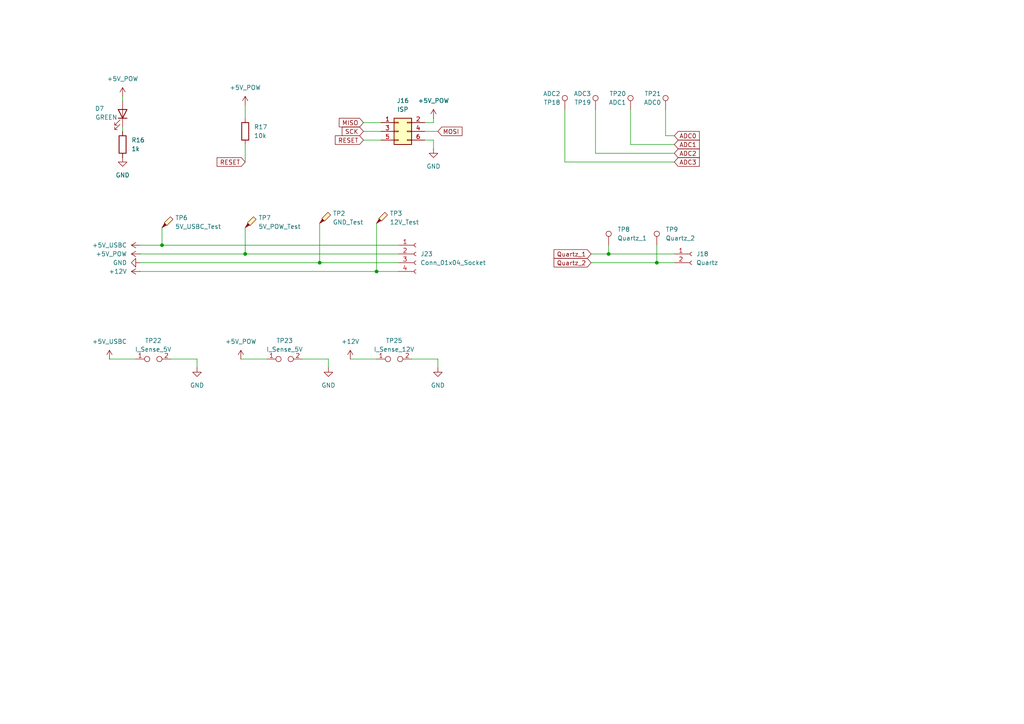
<source format=kicad_sch>
(kicad_sch (version 20231120) (generator "eeschema") (generator_version "8.0")
  (paper "A4")
  (lib_symbols
    (symbol "Connector:Conn_01x02_Socket" (pin_names (offset 1.016) hide)
      (property "Reference" "J" (at 0 2.54 0))
      (property "Value" "Conn_01x02_Socket" (at 0 -5.08 0))
      (symbol "Conn_01x02_Socket_1_1"
        (arc (start 0 -2.032) (mid -0.5058 -2.54) (end 0 -3.048) (stroke (width 0.1524)))
        (polyline (pts (xy -1.27 -2.54) (xy -0.508 -2.54)) (stroke (width 0.1524)))
        (polyline (pts (xy -1.27 0) (xy -0.508 0)) (stroke (width 0.1524)))
        (arc (start 0 0.508) (mid -0.5058 0) (end 0 -0.508) (stroke (width 0.1524)))
        (pin passive line (at -5.08 0 0) (length 3.81) (name "Pin_1") (number "1"))
        (pin passive line (at -5.08 -2.54 0) (length 3.81) (name "Pin_2") (number "2"))
      )
    )
    (symbol "Connector:Conn_01x04_Socket" (pin_names (offset 1.016) hide)
      (property "Reference" "J" (at 0 5.08 0))
      (property "Value" "Conn_01x04_Socket" (at 0 -7.62 0))
      (symbol "Conn_01x04_Socket_1_1"
        (arc (start 0 -4.572) (mid -0.5058 -5.08) (end 0 -5.588) (stroke (width 0.1524)))
        (arc (start 0 -2.032) (mid -0.5058 -2.54) (end 0 -3.048) (stroke (width 0.1524)))
        (polyline (pts (xy -1.27 -5.08) (xy -0.508 -5.08)) (stroke (width 0.1524)))
        (polyline (pts (xy -1.27 -2.54) (xy -0.508 -2.54)) (stroke (width 0.1524)))
        (polyline (pts (xy -1.27 0) (xy -0.508 0)) (stroke (width 0.1524)))
        (polyline (pts (xy -1.27 2.54) (xy -0.508 2.54)) (stroke (width 0.1524)))
        (arc (start 0 0.508) (mid -0.5058 0) (end 0 -0.508) (stroke (width 0.1524)))
        (arc (start 0 3.048) (mid -0.5058 2.54) (end 0 2.032) (stroke (width 0.1524)))
        (pin passive line (at -5.08 2.54 0) (length 3.81) (name "Pin_1") (number "1"))
        (pin passive line (at -5.08 0 0) (length 3.81) (name "Pin_2") (number "2"))
        (pin passive line (at -5.08 -2.54 0) (length 3.81) (name "Pin_3") (number "3"))
        (pin passive line (at -5.08 -5.08 0) (length 3.81) (name "Pin_4") (number "4"))
      )
    )
    (symbol "Connector:TestPoint" (pin_numbers hide) (pin_names (offset 0.762) hide)
      (property "Reference" "TP" (at 0 6.858 0))
      (property "Value" "TestPoint" (at 0 5.08 0))
      (symbol "TestPoint_0_1"
        (circle (center 0 3.302) (radius 0.762))
      )
      (symbol "TestPoint_1_1"
        (pin passive line (at 0 0 90) (length 2.54) (name "1") (number "1"))
      )
    )
    (symbol "Connector:TestPoint_2Pole" (pin_names (offset 0.762) hide)
      (property "Reference" "TP" (at 0 1.524 0))
      (property "Value" "TestPoint_2Pole" (at 0 -1.778 0))
      (symbol "TestPoint_2Pole_0_1"
        (circle (center -1.778 0) (radius 0.762))
        (circle (center 1.778 0) (radius 0.762))
        (pin passive line (at -5.08 0 0) (length 2.54) (name "1") (number "1"))
        (pin passive line (at 5.08 0 180) (length 2.54) (name "2") (number "2"))
      )
    )
    (symbol "Connector:TestPoint_Probe" (pin_numbers hide) (pin_names (offset 0.762) hide)
      (property "Reference" "TP" (at 1.651 5.842 0))
      (property "Value" "TestPoint_Probe" (at 1.651 4.064 0))
      (symbol "TestPoint_Probe_0_1"
        (polyline (pts (xy 1.27 0.762) (xy 0 0) (xy 0.762 1.27) (xy 1.27 0.762)) (fill (type outline)))
        (polyline (pts (xy 1.397 0.635) (xy 0.635 1.397) (xy 2.413 3.175) (xy 3.175 2.413) (xy 1.397 0.635)) (fill (type background)))
      )
      (symbol "TestPoint_Probe_1_1"
        (pin passive line (at 0 0 90) (length 0) (name "1") (number "1"))
      )
    )
    (symbol "Connector_Generic:Conn_02x03_Odd_Even" (pin_names (offset 1.016) hide)
      (property "Reference" "J" (at 1.27 5.08 0))
      (property "Value" "Conn_02x03_Odd_Even" (at 1.27 -5.08 0))
      (symbol "Conn_02x03_Odd_Even_1_1"
        (rectangle (start -1.27 -2.413) (end 0 -2.667) (stroke (width 0.1524)))
        (rectangle (start -1.27 0.127) (end 0 -0.127) (stroke (width 0.1524)))
        (rectangle (start -1.27 2.667) (end 0 2.413) (stroke (width 0.1524)))
        (rectangle (start -1.27 3.81) (end 3.81 -3.81) (stroke (width 0.254)) (fill (type background)))
        (rectangle (start 3.81 -2.413) (end 2.54 -2.667) (stroke (width 0.1524)))
        (rectangle (start 3.81 0.127) (end 2.54 -0.127) (stroke (width 0.1524)))
        (rectangle (start 3.81 2.667) (end 2.54 2.413) (stroke (width 0.1524)))
        (pin passive line (at -5.08 2.54 0) (length 3.81) (name "Pin_1") (number "1"))
        (pin passive line (at 7.62 2.54 180) (length 3.81) (name "Pin_2") (number "2"))
        (pin passive line (at -5.08 0 0) (length 3.81) (name "Pin_3") (number "3"))
        (pin passive line (at 7.62 0 180) (length 3.81) (name "Pin_4") (number "4"))
        (pin passive line (at -5.08 -2.54 0) (length 3.81) (name "Pin_5") (number "5"))
        (pin passive line (at 7.62 -2.54 180) (length 3.81) (name "Pin_6") (number "6"))
      )
    )
    (symbol "Device:LED" (pin_numbers hide) (pin_names (offset 1.016) hide)
      (property "Reference" "D" (at 0 2.54 0))
      (property "Value" "LED" (at 0 -2.54 0))
      (symbol "LED_0_1"
        (polyline (pts (xy -1.27 -1.27) (xy -1.27 1.27)) (stroke (width 0.254)))
        (polyline (pts (xy -1.27 0) (xy 1.27 0)))
        (polyline (pts (xy 1.27 -1.27) (xy 1.27 1.27) (xy -1.27 0) (xy 1.27 -1.27)) (stroke (width 0.254)))
        (polyline (pts (xy -3.048 -0.762) (xy -4.572 -2.286) (xy -3.81 -2.286) (xy -4.572 -2.286) (xy -4.572 -1.524)))
        (polyline (pts (xy -1.778 -0.762) (xy -3.302 -2.286) (xy -2.54 -2.286) (xy -3.302 -2.286) (xy -3.302 -1.524)))
      )
      (symbol "LED_1_1"
        (pin passive line (at -3.81 0 0) (length 2.54) (name "K") (number "1"))
        (pin passive line (at 3.81 0 180) (length 2.54) (name "A") (number "2"))
      )
    )
    (symbol "Device:R" (pin_numbers hide) (pin_names (offset 0))
      (property "Reference" "R" (at 2.032 0 90))
      (property "Value" "R" (at 0 0 90))
      (symbol "R_0_1"
        (rectangle (start -1.016 -2.54) (end 1.016 2.54) (stroke (width 0.254)))
      )
      (symbol "R_1_1"
        (pin passive line (at 0 3.81 270) (length 1.27) (name "~") (number "1"))
        (pin passive line (at 0 -3.81 90) (length 1.27) (name "~") (number "2"))
      )
    )
    (symbol "power:+12V" (power) (pin_numbers hide) (pin_names (offset 0) hide)
      (property "Value" "+12V" (at 0 3.556 0))
      (symbol "+12V_0_1"
        (polyline (pts (xy -0.762 1.27) (xy 0 2.54)))
        (polyline (pts (xy 0 0) (xy 0 2.54)))
        (polyline (pts (xy 0 2.54) (xy 0.762 1.27)))
      )
      (symbol "+12V_1_1"
        (pin power_in line (at 0 0 90) (length 0) (name "~") (number "1"))
      )
    )
    (symbol "power:+5C" (power) (pin_numbers hide) (pin_names (offset 0) hide)
      (property "Value" "+5C" (at 0 3.556 0))
      (symbol "+5C_0_1"
        (polyline (pts (xy -0.762 1.27) (xy 0 2.54)))
        (polyline (pts (xy 0 0) (xy 0 2.54)))
        (polyline (pts (xy 0 2.54) (xy 0.762 1.27)))
      )
      (symbol "+5C_1_1"
        (pin power_in line (at 0 0 90) (length 0) (name "~") (number "1"))
      )
    )
    (symbol "power:+5VP" (power) (pin_numbers hide) (pin_names (offset 0) hide)
      (property "Value" "+5VP" (at 0 3.556 0))
      (symbol "+5VP_0_1"
        (polyline (pts (xy -0.762 1.27) (xy 0 2.54)))
        (polyline (pts (xy 0 0) (xy 0 2.54)))
        (polyline (pts (xy 0 2.54) (xy 0.762 1.27)))
      )
      (symbol "+5VP_1_1"
        (pin power_in line (at 0 0 90) (length 0) (name "~") (number "1"))
      )
    )
    (symbol "power:GND" (power) (pin_numbers hide) (pin_names (offset 0) hide)
      (property "Value" "GND" (at 0 -3.81 0))
      (symbol "GND_0_1"
        (polyline (pts (xy 0 0) (xy 0 -1.27) (xy 1.27 -1.27) (xy 0 -2.54) (xy -1.27 -1.27) (xy 0 -1.27)))
      )
      (symbol "GND_1_1"
        (pin power_in line (at 0 0 270) (length 0) (name "~") (number "1"))
      )
    )
  )
  (junction (at 46.99 71.12))
  (junction (at 92.71 76.2))
  (junction (at 71.12 73.66))
  (junction (at 176.53 73.66))
  (junction (at 109.22 78.74))
  (junction (at 190.5 76.2))
  (wire (pts (xy 195.58 44.45) (xy 172.72 44.45)))
  (wire (pts (xy 71.12 66.04) (xy 71.12 73.66)))
  (wire (pts (xy 71.12 30.48) (xy 71.12 34.29)))
  (wire (pts (xy 123.19 38.1) (xy 127 38.1)))
  (wire (pts (xy 172.72 31.75) (xy 172.72 44.45)))
  (wire (pts (xy 31.75 104.14) (xy 39.37 104.14)))
  (wire (pts (xy 95.25 104.14) (xy 87.63 104.14)))
  (wire (pts (xy 40.64 78.74) (xy 109.22 78.74)))
  (wire (pts (xy 40.64 73.66) (xy 71.12 73.66)))
  (wire (pts (xy 125.73 35.56) (xy 125.73 34.29)))
  (wire (pts (xy 35.56 27.94) (xy 35.56 29.21)))
  (wire (pts (xy 40.64 71.12) (xy 46.99 71.12)))
  (wire (pts (xy 127 104.14) (xy 119.38 104.14)))
  (wire (pts (xy 125.73 40.64) (xy 125.73 43.18)))
  (wire (pts (xy 92.71 76.2) (xy 115.57 76.2)))
  (wire (pts (xy 92.71 64.77) (xy 92.71 76.2)))
  (wire (pts (xy 109.22 78.74) (xy 115.57 78.74)))
  (wire (pts (xy 171.45 76.2) (xy 190.5 76.2)))
  (wire (pts (xy 123.19 40.64) (xy 125.73 40.64)))
  (wire (pts (xy 163.83 31.75) (xy 163.83 46.99)))
  (wire (pts (xy 57.15 104.14) (xy 49.53 104.14)))
  (wire (pts (xy 71.12 41.91) (xy 71.12 46.99)))
  (wire (pts (xy 35.56 36.83) (xy 35.56 38.1)))
  (wire (pts (xy 95.25 106.68) (xy 95.25 104.14)))
  (wire (pts (xy 127 106.68) (xy 127 104.14)))
  (wire (pts (xy 40.64 76.2) (xy 92.71 76.2)))
  (wire (pts (xy 190.5 76.2) (xy 195.58 76.2)))
  (wire (pts (xy 105.41 40.64) (xy 110.49 40.64)))
  (wire (pts (xy 195.58 39.37) (xy 193.04 39.37)))
  (wire (pts (xy 46.99 71.12) (xy 115.57 71.12)))
  (wire (pts (xy 46.99 66.04) (xy 46.99 71.12)))
  (wire (pts (xy 69.85 104.14) (xy 77.47 104.14)))
  (wire (pts (xy 105.41 35.56) (xy 110.49 35.56)))
  (wire (pts (xy 190.5 71.12) (xy 190.5 76.2)))
  (wire (pts (xy 176.53 73.66) (xy 195.58 73.66)))
  (wire (pts (xy 105.41 38.1) (xy 110.49 38.1)))
  (wire (pts (xy 123.19 35.56) (xy 125.73 35.56)))
  (wire (pts (xy 195.58 41.91) (xy 182.88 41.91)))
  (wire (pts (xy 182.88 31.75) (xy 182.88 41.91)))
  (wire (pts (xy 101.6 104.14) (xy 109.22 104.14)))
  (wire (pts (xy 195.58 46.99) (xy 163.83 46.99)))
  (wire (pts (xy 57.15 106.68) (xy 57.15 104.14)))
  (wire (pts (xy 171.45 73.66) (xy 176.53 73.66)))
  (wire (pts (xy 71.12 73.66) (xy 115.57 73.66)))
  (wire (pts (xy 193.04 31.75) (xy 193.04 39.37)))
  (wire (pts (xy 109.22 64.77) (xy 109.22 78.74)))
  (wire (pts (xy 176.53 71.12) (xy 176.53 73.66)))
  (global_label "Quartz_1" (shape input) (at 171.45 73.66 180) (property "Intersheetrefs" "${INTERSHEET_REFS}" (effects (hide yes))))
  (global_label "ADC0" (shape input) (at 195.58 39.37 0) (property "Intersheetrefs" "${INTERSHEET_REFS}" (effects (hide yes))))
  (global_label "ADC3" (shape input) (at 195.58 46.99 0) (property "Intersheetrefs" "${INTERSHEET_REFS}" (effects (hide yes))))
  (global_label "ADC2" (shape input) (at 195.58 44.45 0) (property "Intersheetrefs" "${INTERSHEET_REFS}" (effects (hide yes))))
  (global_label "ADC1" (shape input) (at 195.58 41.91 0) (property "Intersheetrefs" "${INTERSHEET_REFS}" (effects (hide yes))))
  (global_label "MOSI" (shape input) (at 127 38.1 0) (property "Intersheetrefs" "${INTERSHEET_REFS}" (effects (hide yes))))
  (global_label "Quartz_2" (shape input) (at 171.45 76.2 180) (property "Intersheetrefs" "${INTERSHEET_REFS}" (effects (hide yes))))
  (global_label "RESET" (shape input) (at 71.12 46.99 180) (property "Intersheetrefs" "${INTERSHEET_REFS}" (effects (hide yes))))
  (global_label "SCK" (shape input) (at 105.41 38.1 180) (property "Intersheetrefs" "${INTERSHEET_REFS}" (effects (hide yes))))
  (global_label "RESET" (shape input) (at 105.41 40.64 180) (property "Intersheetrefs" "${INTERSHEET_REFS}" (effects (hide yes))))
  (global_label "MISO" (shape input) (at 105.41 35.56 180) (property "Intersheetrefs" "${INTERSHEET_REFS}" (effects (hide yes))))
  (symbol (lib_id "Connector_Generic:Conn_02x03_Odd_Even") (at 115.57 38.1 0) (unit 1)
    (property "Reference" "J16" (at 116.84 29.21 0))
    (property "Value" "ISP" (at 116.84 31.75 0))
    (property "Footprint" "Connector_PinHeader_2.54mm:PinHeader_2x03_P2.54mm_Vertical" (effects (hide yes)))
    (property "Description" "Generic connector, double row, 02x03, odd/even pin numbering scheme (row 1 odd numbers, row 2 even numbers), script generated (kicad-library-utils/schlib/autogen/connector/)" (effects (hide yes)))
  )
  (symbol (lib_id "Device:R") (at 71.12 38.1 0) (unit 1)
    (property "Reference" "R17" (at 73.66 36.8299 0) (effects (justify left)))
    (property "Value" "10k" (at 73.66 39.3699 0) (effects (justify left)))
    (property "Footprint" "Resistor_SMD:R_0402_1005Metric" (effects (hide yes)))
    (property "Description" "Resistor" (effects (hide yes)))
  )
  (symbol (lib_id "Connector:TestPoint") (at 176.53 71.12 0) (unit 1)
    (property "Reference" "TP8" (at 179.07 66.5479 0) (effects (justify left)))
    (property "Value" "Quartz_1" (at 179.07 69.088 0) (effects (justify left)))
    (property "Footprint" "TestPoint:TestPoint_Loop_D3.80mm_Drill2.5mm" (effects (hide yes)))
    (property "Description" "test point" (effects (hide yes)))
  )
  (symbol (lib_id "power:+5VP") (at 35.56 27.94 0) (unit 1)
    (property "Reference" "#PWR088" (effects (hide yes)))
    (property "Value" "+5V_POW" (at 35.56 22.86 0))
    (property "Description" "Power symbol creates a global label with name \"+5VP\"" (effects (hide yes)))
  )
  (symbol (lib_id "power:GND") (at 40.64 76.2 270) (unit 1)
    (property "Reference" "#PWR092" (effects (hide yes)))
    (property "Value" "GND" (at 36.83 76.1999 90) (effects (justify right)))
    (property "Description" "Power symbol creates a global label with name \"GND\" , ground" (effects (hide yes)))
  )
  (symbol (lib_id "Connector:TestPoint") (at 163.83 31.75 0) (unit 1)
    (property "Reference" "TP18" (at 162.56 29.718 0) (effects (justify right)))
    (property "Value" "ADC2" (at 162.56 27.178 0) (effects (justify right)))
    (property "Footprint" "TestPoint:TestPoint_Pad_D2.0mm" (effects (hide yes)))
    (property "Description" "test point" (effects (hide yes)))
  )
  (symbol (lib_id "Connector:TestPoint_2Pole") (at 82.55 104.14 0) (unit 1)
    (property "Reference" "TP23" (at 82.55 98.806 0))
    (property "Value" "I_Sense_5V" (at 82.55 101.346 0))
    (property "Footprint" "TestPoint:TestPoint_2Pads_Pitch2.54mm_Drill0.8mm" (effects (hide yes)))
    (property "Description" "2-polar test point" (effects (hide yes)))
  )
  (symbol (lib_id "Connector:TestPoint_2Pole") (at 44.45 104.14 0) (unit 1)
    (property "Reference" "TP22" (at 44.45 98.806 0))
    (property "Value" "I_Sense_5V" (at 44.45 101.346 0))
    (property "Footprint" "TestPoint:TestPoint_2Pads_Pitch2.54mm_Drill0.8mm" (effects (hide yes)))
    (property "Description" "2-polar test point" (effects (hide yes)))
  )
  (symbol (lib_id "power:GND") (at 95.25 106.68 0) (unit 1)
    (property "Reference" "#PWR0110" (effects (hide yes)))
    (property "Value" "GND" (at 95.25 111.76 0))
    (property "Description" "Power symbol creates a global label with name \"GND\" , ground" (effects (hide yes)))
  )
  (symbol (lib_id "Connector:TestPoint_2Pole") (at 114.3 104.14 0) (unit 1)
    (property "Reference" "TP25" (at 114.3 98.806 0))
    (property "Value" "I_Sense_12V" (at 114.3 101.346 0))
    (property "Footprint" "TestPoint:TestPoint_2Pads_Pitch2.54mm_Drill0.8mm" (effects (hide yes)))
    (property "Description" "2-polar test point" (effects (hide yes)))
  )
  (symbol (lib_id "power:GND") (at 125.73 43.18 0) (unit 1)
    (property "Reference" "#PWR094" (effects (hide yes)))
    (property "Value" "GND" (at 125.73 48.26 0))
    (property "Description" "Power symbol creates a global label with name \"GND\" , ground" (effects (hide yes)))
  )
  (symbol (lib_id "power:GND") (at 35.56 45.72 0) (unit 1)
    (property "Reference" "#PWR097" (effects (hide yes)))
    (property "Value" "GND" (at 35.56 50.8 0))
    (property "Description" "Power symbol creates a global label with name \"GND\" , ground" (effects (hide yes)))
  )
  (symbol (lib_id "power:GND") (at 57.15 106.68 0) (unit 1)
    (property "Reference" "#PWR0109" (effects (hide yes)))
    (property "Value" "GND" (at 57.15 111.76 0))
    (property "Description" "Power symbol creates a global label with name \"GND\" , ground" (effects (hide yes)))
  )
  (symbol (lib_id "power:+12V") (at 40.64 78.74 90) (unit 1)
    (property "Reference" "#PWR093" (effects (hide yes)))
    (property "Value" "+12V" (at 36.83 78.7399 90) (effects (justify left)))
    (property "Description" "Power symbol creates a global label with name \"+12V\"" (effects (hide yes)))
  )
  (symbol (lib_id "Connector:TestPoint_Probe") (at 109.22 64.77 0) (unit 1)
    (property "Reference" "TP3" (at 113.03 61.9124 0) (effects (justify left)))
    (property "Value" "12V_Test" (at 113.03 64.4524 0) (effects (justify left)))
    (property "Footprint" "TestPoint:TestPoint_Pad_D3.0mm" (effects (hide yes)))
    (property "Description" "test point (alternative probe-style design)" (effects (hide yes)))
  )
  (symbol (lib_id "Connector:TestPoint_Probe") (at 71.12 66.04 0) (unit 1)
    (property "Reference" "TP7" (at 74.93 63.1824 0) (effects (justify left)))
    (property "Value" "5V_POW_Test" (at 74.93 65.7224 0) (effects (justify left)))
    (property "Footprint" "TestPoint:TestPoint_Pad_D3.0mm" (effects (hide yes)))
    (property "Description" "test point (alternative probe-style design)" (effects (hide yes)))
  )
  (symbol (lib_id "Connector:Conn_01x04_Socket") (at 120.65 73.66 0) (unit 1)
    (property "Reference" "J23" (at 121.92 73.6599 0) (effects (justify left)))
    (property "Value" "Conn_01x04_Socket" (at 121.92 76.1999 0) (effects (justify left)))
    (property "Footprint" "Connector_PinSocket_2.54mm:PinSocket_1x04_P2.54mm_Vertical" (effects (hide yes)))
    (property "Description" "Generic connector, single row, 01x04, script generated" (effects (hide yes)))
  )
  (symbol (lib_id "Connector:TestPoint") (at 182.88 31.75 0) (mirror y) (unit 1)
    (property "Reference" "TP20" (at 181.61 27.178 0) (effects (justify left)))
    (property "Value" "ADC1" (at 181.61 29.718 0) (effects (justify left)))
    (property "Footprint" "TestPoint:TestPoint_Pad_D2.0mm" (effects (hide yes)))
    (property "Description" "test point" (effects (hide yes)))
  )
  (symbol (lib_id "power:+5VP") (at 125.73 34.29 0) (unit 1)
    (property "Reference" "#PWR090" (effects (hide yes)))
    (property "Value" "+5V_POW" (at 125.73 29.21 0))
    (property "Description" "Power symbol creates a global label with name \"+5VP\"" (effects (hide yes)))
  )
  (symbol (lib_id "Connector:TestPoint") (at 172.72 31.75 0) (unit 1)
    (property "Reference" "TP19" (at 171.45 29.718 0) (effects (justify right)))
    (property "Value" "ADC3" (at 171.45 27.178 0) (effects (justify right)))
    (property "Footprint" "TestPoint:TestPoint_Pad_D2.0mm" (effects (hide yes)))
    (property "Description" "test point" (effects (hide yes)))
  )
  (symbol (lib_id "Connector:Conn_01x02_Socket") (at 200.66 73.66 0) (unit 1)
    (property "Reference" "J18" (at 201.93 73.6599 0) (effects (justify left)))
    (property "Value" "Quartz" (at 201.93 76.1999 0) (effects (justify left)))
    (property "Footprint" "Connector_PinSocket_2.54mm:PinSocket_1x02_P2.54mm_Vertical" (effects (hide yes)))
    (property "Description" "Generic connector, single row, 01x02, script generated" (effects (hide yes)))
  )
  (symbol (lib_id "Connector:TestPoint_Probe") (at 92.71 64.77 0) (unit 1)
    (property "Reference" "TP2" (at 96.52 61.9124 0) (effects (justify left)))
    (property "Value" "GND_Test" (at 96.52 64.4524 0) (effects (justify left)))
    (property "Footprint" "TestPoint:TestPoint_Pad_D3.0mm" (effects (hide yes)))
    (property "Description" "test point (alternative probe-style design)" (effects (hide yes)))
  )
  (symbol (lib_id "power:GND") (at 127 106.68 0) (unit 1)
    (property "Reference" "#PWR0114" (effects (hide yes)))
    (property "Value" "GND" (at 127 111.76 0))
    (property "Description" "Power symbol creates a global label with name \"GND\" , ground" (effects (hide yes)))
  )
  (symbol (lib_id "Connector:TestPoint") (at 190.5 71.12 0) (unit 1)
    (property "Reference" "TP9" (at 193.04 66.5479 0) (effects (justify left)))
    (property "Value" "Quartz_2" (at 193.04 69.088 0) (effects (justify left)))
    (property "Footprint" "TestPoint:TestPoint_Loop_D3.80mm_Drill2.5mm" (effects (hide yes)))
    (property "Description" "test point" (effects (hide yes)))
  )
  (symbol (lib_id "power:+5C") (at 40.64 71.12 90) (unit 1)
    (property "Reference" "#PWR089" (effects (hide yes)))
    (property "Value" "+5V_USBC" (at 36.83 71.1199 90) (effects (justify left)))
    (property "Description" "Power symbol creates a global label with name \"+5C\"" (effects (hide yes)))
  )
  (symbol (lib_id "Connector:TestPoint") (at 193.04 31.75 0) (mirror y) (unit 1)
    (property "Reference" "TP21" (at 191.77 27.178 0) (effects (justify left)))
    (property "Value" "ADC0" (at 191.77 29.718 0) (effects (justify left)))
    (property "Footprint" "TestPoint:TestPoint_Pad_D2.0mm" (effects (hide yes)))
    (property "Description" "test point" (effects (hide yes)))
  )
  (symbol (lib_id "power:+12V") (at 101.6 104.14 0) (unit 1)
    (property "Reference" "#PWR0112" (effects (hide yes)))
    (property "Value" "+12V" (at 101.6 99.06 0))
    (property "Description" "Power symbol creates a global label with name \"+12V\"" (effects (hide yes)))
  )
  (symbol (lib_id "power:+5C") (at 31.75 104.14 0) (unit 1)
    (property "Reference" "#PWR0107" (effects (hide yes)))
    (property "Value" "+5V_USBC" (at 31.75 99.06 0))
    (property "Description" "Power symbol creates a global label with name \"+5C\"" (effects (hide yes)))
  )
  (symbol (lib_id "Device:LED") (at 35.56 33.02 270) (mirror x) (unit 1)
    (property "Reference" "D7" (at 30.226 31.496 90) (effects (justify right)))
    (property "Value" "GREEN" (at 34.036 34.036 90) (effects (justify right)))
    (property "Footprint" "LED_SMD:LED_0805_2012Metric" (effects (hide yes)))
    (property "Description" "Light emitting diode" (effects (hide yes)))
  )
  (symbol (lib_id "Device:R") (at 35.56 41.91 0) (unit 1)
    (property "Reference" "R16" (at 38.1 40.6399 0) (effects (justify left)))
    (property "Value" "1k" (at 38.1 43.1799 0) (effects (justify left)))
    (property "Footprint" "Resistor_SMD:R_0402_1005Metric" (effects (hide yes)))
    (property "Description" "Resistor" (effects (hide yes)))
  )
  (symbol (lib_id "Connector:TestPoint_Probe") (at 46.99 66.04 0) (unit 1)
    (property "Reference" "TP6" (at 50.8 63.1824 0) (effects (justify left)))
    (property "Value" "5V_USBC_Test" (at 50.8 65.7224 0) (effects (justify left)))
    (property "Footprint" "TestPoint:TestPoint_Pad_D3.0mm" (effects (hide yes)))
    (property "Description" "test point (alternative probe-style design)" (effects (hide yes)))
  )
  (symbol (lib_id "power:+5VP") (at 71.12 30.48 0) (unit 1)
    (property "Reference" "#PWR0102" (effects (hide yes)))
    (property "Value" "+5V_POW" (at 71.12 25.4 0))
    (property "Description" "Power symbol creates a global label with name \"+5VP\"" (effects (hide yes)))
  )
  (symbol (lib_id "power:+5VP") (at 69.85 104.14 0) (unit 1)
    (property "Reference" "#PWR0108" (effects (hide yes)))
    (property "Value" "+5V_POW" (at 69.85 99.06 0))
    (property "Description" "Power symbol creates a global label with name \"+5VP\"" (effects (hide yes)))
  )
  (symbol (lib_id "power:+5VP") (at 40.64 73.66 90) (unit 1)
    (property "Reference" "#PWR091" (effects (hide yes)))
    (property "Value" "+5V_POW" (at 36.83 73.6599 90) (effects (justify left)))
    (property "Description" "Power symbol creates a global label with name \"+5VP\"" (effects (hide yes)))
  )
)
</source>
